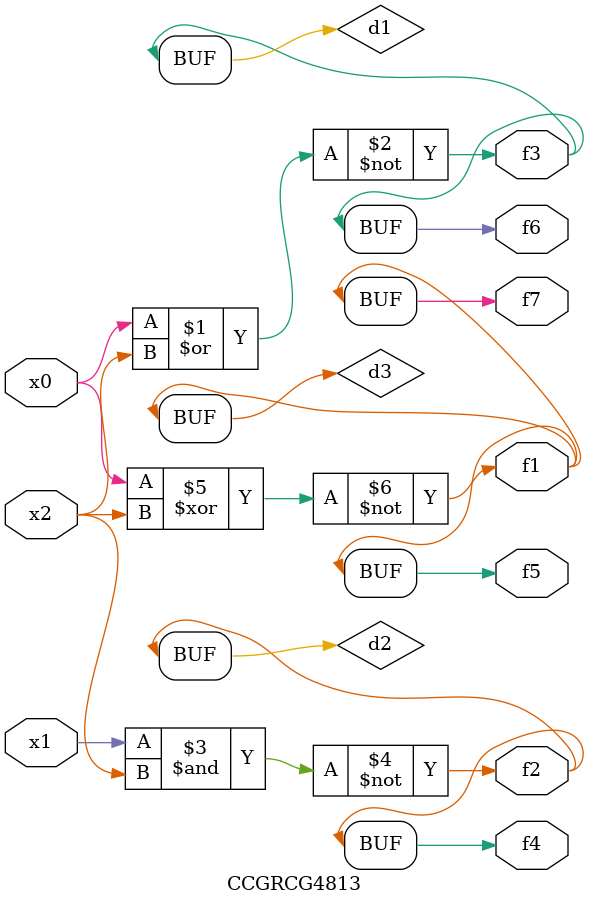
<source format=v>
module CCGRCG4813(
	input x0, x1, x2,
	output f1, f2, f3, f4, f5, f6, f7
);

	wire d1, d2, d3;

	nor (d1, x0, x2);
	nand (d2, x1, x2);
	xnor (d3, x0, x2);
	assign f1 = d3;
	assign f2 = d2;
	assign f3 = d1;
	assign f4 = d2;
	assign f5 = d3;
	assign f6 = d1;
	assign f7 = d3;
endmodule

</source>
